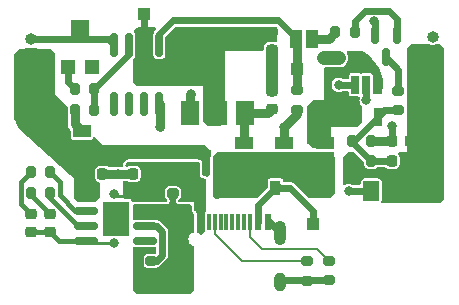
<source format=gtl>
%TF.GenerationSoftware,KiCad,Pcbnew,7.0.6*%
%TF.CreationDate,2023-09-04T14:52:52+12:00*%
%TF.ProjectId,GBA_lipo,4742415f-6c69-4706-9f2e-6b696361645f,rev?*%
%TF.SameCoordinates,Original*%
%TF.FileFunction,Copper,L1,Top*%
%TF.FilePolarity,Positive*%
%FSLAX46Y46*%
G04 Gerber Fmt 4.6, Leading zero omitted, Abs format (unit mm)*
G04 Created by KiCad (PCBNEW 7.0.6) date 2023-09-04 14:52:52*
%MOMM*%
%LPD*%
G01*
G04 APERTURE LIST*
G04 Aperture macros list*
%AMRoundRect*
0 Rectangle with rounded corners*
0 $1 Rounding radius*
0 $2 $3 $4 $5 $6 $7 $8 $9 X,Y pos of 4 corners*
0 Add a 4 corners polygon primitive as box body*
4,1,4,$2,$3,$4,$5,$6,$7,$8,$9,$2,$3,0*
0 Add four circle primitives for the rounded corners*
1,1,$1+$1,$2,$3*
1,1,$1+$1,$4,$5*
1,1,$1+$1,$6,$7*
1,1,$1+$1,$8,$9*
0 Add four rect primitives between the rounded corners*
20,1,$1+$1,$2,$3,$4,$5,0*
20,1,$1+$1,$4,$5,$6,$7,0*
20,1,$1+$1,$6,$7,$8,$9,0*
20,1,$1+$1,$8,$9,$2,$3,0*%
G04 Aperture macros list end*
%TA.AperFunction,SMDPad,CuDef*%
%ADD10R,1.000000X1.000000*%
%TD*%
%TA.AperFunction,SMDPad,CuDef*%
%ADD11R,1.500000X1.000000*%
%TD*%
%TA.AperFunction,SMDPad,CuDef*%
%ADD12R,1.000000X1.500000*%
%TD*%
%TA.AperFunction,SMDPad,CuDef*%
%ADD13RoundRect,0.200000X0.275000X-0.200000X0.275000X0.200000X-0.275000X0.200000X-0.275000X-0.200000X0*%
%TD*%
%TA.AperFunction,SMDPad,CuDef*%
%ADD14RoundRect,0.250001X-0.462499X-0.624999X0.462499X-0.624999X0.462499X0.624999X-0.462499X0.624999X0*%
%TD*%
%TA.AperFunction,ComponentPad*%
%ADD15R,1.000000X1.000000*%
%TD*%
%TA.AperFunction,ComponentPad*%
%ADD16O,1.000000X1.000000*%
%TD*%
%TA.AperFunction,SMDPad,CuDef*%
%ADD17R,0.600000X1.450000*%
%TD*%
%TA.AperFunction,SMDPad,CuDef*%
%ADD18R,0.300000X1.450000*%
%TD*%
%TA.AperFunction,ComponentPad*%
%ADD19O,1.000000X1.600000*%
%TD*%
%TA.AperFunction,ComponentPad*%
%ADD20O,1.000000X2.100000*%
%TD*%
%TA.AperFunction,SMDPad,CuDef*%
%ADD21RoundRect,0.200000X0.200000X0.275000X-0.200000X0.275000X-0.200000X-0.275000X0.200000X-0.275000X0*%
%TD*%
%TA.AperFunction,SMDPad,CuDef*%
%ADD22RoundRect,0.200000X-0.275000X0.200000X-0.275000X-0.200000X0.275000X-0.200000X0.275000X0.200000X0*%
%TD*%
%TA.AperFunction,SMDPad,CuDef*%
%ADD23RoundRect,0.225000X-0.225000X-0.250000X0.225000X-0.250000X0.225000X0.250000X-0.225000X0.250000X0*%
%TD*%
%TA.AperFunction,SMDPad,CuDef*%
%ADD24RoundRect,0.218750X-0.256250X0.218750X-0.256250X-0.218750X0.256250X-0.218750X0.256250X0.218750X0*%
%TD*%
%TA.AperFunction,SMDPad,CuDef*%
%ADD25R,1.500000X2.000000*%
%TD*%
%TA.AperFunction,SMDPad,CuDef*%
%ADD26R,3.800000X2.000000*%
%TD*%
%TA.AperFunction,SMDPad,CuDef*%
%ADD27R,0.900000X1.200000*%
%TD*%
%TA.AperFunction,SMDPad,CuDef*%
%ADD28RoundRect,0.200000X-0.200000X-0.275000X0.200000X-0.275000X0.200000X0.275000X-0.200000X0.275000X0*%
%TD*%
%TA.AperFunction,SMDPad,CuDef*%
%ADD29R,1.200000X1.200000*%
%TD*%
%TA.AperFunction,SMDPad,CuDef*%
%ADD30R,1.600000X1.500000*%
%TD*%
%TA.AperFunction,SMDPad,CuDef*%
%ADD31R,0.650000X1.560000*%
%TD*%
%TA.AperFunction,SMDPad,CuDef*%
%ADD32RoundRect,0.150000X-0.150000X0.587500X-0.150000X-0.587500X0.150000X-0.587500X0.150000X0.587500X0*%
%TD*%
%TA.AperFunction,SMDPad,CuDef*%
%ADD33RoundRect,0.225000X0.225000X0.250000X-0.225000X0.250000X-0.225000X-0.250000X0.225000X-0.250000X0*%
%TD*%
%TA.AperFunction,SMDPad,CuDef*%
%ADD34RoundRect,0.150000X0.825000X0.150000X-0.825000X0.150000X-0.825000X-0.150000X0.825000X-0.150000X0*%
%TD*%
%TA.AperFunction,SMDPad,CuDef*%
%ADD35R,2.290000X3.000000*%
%TD*%
%TA.AperFunction,SMDPad,CuDef*%
%ADD36RoundRect,0.225000X0.250000X-0.225000X0.250000X0.225000X-0.250000X0.225000X-0.250000X-0.225000X0*%
%TD*%
%TA.AperFunction,SMDPad,CuDef*%
%ADD37RoundRect,0.150000X0.150000X-0.587500X0.150000X0.587500X-0.150000X0.587500X-0.150000X-0.587500X0*%
%TD*%
%TA.AperFunction,SMDPad,CuDef*%
%ADD38RoundRect,0.225000X-0.250000X0.225000X-0.250000X-0.225000X0.250000X-0.225000X0.250000X0.225000X0*%
%TD*%
%TA.AperFunction,SMDPad,CuDef*%
%ADD39RoundRect,0.150000X-0.150000X0.825000X-0.150000X-0.825000X0.150000X-0.825000X0.150000X0.825000X0*%
%TD*%
%TA.AperFunction,ViaPad*%
%ADD40C,0.800000*%
%TD*%
%TA.AperFunction,Conductor*%
%ADD41C,0.600000*%
%TD*%
%TA.AperFunction,Conductor*%
%ADD42C,0.800000*%
%TD*%
%TA.AperFunction,Conductor*%
%ADD43C,1.000000*%
%TD*%
%TA.AperFunction,Conductor*%
%ADD44C,1.200000*%
%TD*%
%TA.AperFunction,Conductor*%
%ADD45C,0.250000*%
%TD*%
%TA.AperFunction,Conductor*%
%ADD46C,0.400000*%
%TD*%
%TA.AperFunction,Conductor*%
%ADD47C,0.200000*%
%TD*%
G04 APERTURE END LIST*
D10*
X107100000Y-131700000D03*
D11*
X87500000Y-126950000D03*
X87500000Y-128250000D03*
X101200000Y-127950000D03*
X101200000Y-129250000D03*
X104600000Y-127950000D03*
X104600000Y-129250000D03*
D12*
X106950000Y-119100000D03*
X105650000Y-119100000D03*
D11*
X108100000Y-127950000D03*
X108100000Y-129250000D03*
D10*
X92750000Y-117000000D03*
X83250000Y-123700000D03*
X117250000Y-123750000D03*
X105700000Y-121700000D03*
X107100000Y-134800000D03*
D13*
X105700000Y-125125000D03*
X105700000Y-123475000D03*
D14*
X114987500Y-132000000D03*
X112012500Y-132000000D03*
D15*
X117200000Y-120210000D03*
D16*
X117200000Y-118940000D03*
D17*
X96750000Y-134645000D03*
X97550000Y-134645000D03*
D18*
X98750000Y-134645000D03*
X99750000Y-134645000D03*
X100250000Y-134645000D03*
X101250000Y-134645000D03*
D17*
X102450000Y-134645000D03*
X103250000Y-134645000D03*
X103250000Y-134645000D03*
X102450000Y-134645000D03*
D18*
X101750000Y-134645000D03*
X100750000Y-134645000D03*
X99250000Y-134645000D03*
X98250000Y-134645000D03*
D17*
X97550000Y-134645000D03*
X96750000Y-134645000D03*
D19*
X95680000Y-139740000D03*
X104320000Y-139740000D03*
D20*
X104320000Y-135560000D03*
X95680000Y-135560000D03*
D21*
X88565000Y-123340000D03*
X86915000Y-123340000D03*
D22*
X93400000Y-137915000D03*
X93400000Y-139565000D03*
D23*
X87698000Y-130540000D03*
X89248000Y-130540000D03*
D24*
X83200000Y-133940000D03*
X83200000Y-135515000D03*
D25*
X96700000Y-125415000D03*
X99000000Y-125415000D03*
D26*
X99000000Y-119115000D03*
D25*
X101300000Y-125415000D03*
D27*
X103900000Y-131740000D03*
X100600000Y-131740000D03*
D28*
X83175000Y-132187000D03*
X84825000Y-132187000D03*
D29*
X86365000Y-121540000D03*
D30*
X87365000Y-118290000D03*
D29*
X88365000Y-121540000D03*
D31*
X112550000Y-123015000D03*
X111600000Y-123015000D03*
X110650000Y-123015000D03*
X110650000Y-125715000D03*
X112550000Y-125715000D03*
D23*
X113750000Y-127740000D03*
X115300000Y-127740000D03*
D24*
X84800000Y-133940000D03*
X84800000Y-135515000D03*
D32*
X114200000Y-118802500D03*
X112300000Y-118802500D03*
X113250000Y-120677500D03*
D33*
X93375000Y-130540000D03*
X91825000Y-130540000D03*
D23*
X109050000Y-120740000D03*
X110600000Y-120740000D03*
D34*
X92845000Y-136245000D03*
X92845000Y-134975000D03*
X92845000Y-133705000D03*
X92845000Y-132435000D03*
X87895000Y-132435000D03*
X87895000Y-133705000D03*
X87895000Y-134975000D03*
X87895000Y-136245000D03*
D35*
X90370000Y-134340000D03*
D22*
X95200000Y-130540000D03*
X95200000Y-132190000D03*
D28*
X83175000Y-130409000D03*
X84825000Y-130409000D03*
D15*
X83200000Y-120410000D03*
D16*
X83200000Y-119140000D03*
D28*
X110375000Y-129465000D03*
X112025000Y-129465000D03*
D22*
X108400000Y-137915000D03*
X108400000Y-139565000D03*
X106600000Y-137940000D03*
X106600000Y-139590000D03*
D28*
X86915000Y-125140000D03*
X88565000Y-125140000D03*
X110375000Y-127740000D03*
X112025000Y-127740000D03*
D36*
X103600000Y-123525000D03*
X103600000Y-125075000D03*
D37*
X97050000Y-131877500D03*
X98950000Y-131877500D03*
X98000000Y-130002500D03*
D38*
X103600000Y-118515000D03*
X103600000Y-120065000D03*
D33*
X115300000Y-129465000D03*
X113750000Y-129465000D03*
D13*
X114300000Y-125165000D03*
X114300000Y-123515000D03*
D28*
X108950000Y-118565000D03*
X110600000Y-118565000D03*
D39*
X94070000Y-119665000D03*
X92800000Y-119665000D03*
X91530000Y-119665000D03*
X90260000Y-119665000D03*
X90260000Y-124615000D03*
X91530000Y-124615000D03*
X92800000Y-124615000D03*
X94070000Y-124615000D03*
D40*
X94100000Y-126600000D03*
X104600000Y-126600000D03*
X109250000Y-123000000D03*
X110100000Y-132000000D03*
X90250000Y-132240498D03*
X90250000Y-136439502D03*
X103600000Y-121800000D03*
X111600000Y-124340000D03*
X112250000Y-117639500D03*
X113800000Y-126540000D03*
X108000000Y-120740000D03*
X90600000Y-130540000D03*
X103600000Y-121800000D03*
X96705499Y-123800136D03*
D41*
X103900000Y-131740000D02*
X105140000Y-131740000D01*
X105140000Y-131740000D02*
X107100000Y-133700000D01*
X107100000Y-133700000D02*
X107100000Y-134800000D01*
D42*
X106950000Y-119100000D02*
X108415000Y-119100000D01*
X108415000Y-119100000D02*
X108950000Y-118565000D01*
X104600000Y-126600000D02*
X104625000Y-126600000D01*
X104625000Y-126600000D02*
X105700000Y-125525000D01*
X105700000Y-125525000D02*
X105700000Y-125125000D01*
X104600000Y-127950000D02*
X104600000Y-126600000D01*
X94100000Y-126600000D02*
X94100000Y-124645000D01*
X94100000Y-124645000D02*
X94070000Y-124615000D01*
X101300000Y-125415000D02*
X103260000Y-125415000D01*
X103260000Y-125415000D02*
X103600000Y-125075000D01*
X101200000Y-127950000D02*
X101200000Y-125515000D01*
X101200000Y-125515000D02*
X101300000Y-125415000D01*
X105700000Y-123475000D02*
X105700000Y-119150000D01*
X105700000Y-119150000D02*
X105650000Y-119100000D01*
D43*
X103600000Y-123525000D02*
X103600000Y-121800000D01*
X103600000Y-120065000D02*
X103600000Y-121800000D01*
D41*
X94070000Y-119665000D02*
X94070000Y-118730000D01*
X95235000Y-117565000D02*
X104150305Y-117565000D01*
X94070000Y-118730000D02*
X95235000Y-117565000D01*
X104150305Y-117565000D02*
X105650000Y-119064695D01*
X105650000Y-119064695D02*
X105650000Y-119100000D01*
D42*
X112025000Y-127740000D02*
X113750000Y-127740000D01*
D41*
X110375000Y-127740000D02*
X110375000Y-127815000D01*
X110375000Y-127815000D02*
X112025000Y-129465000D01*
X110375000Y-127740000D02*
X110525000Y-127740000D01*
X110525000Y-127740000D02*
X112550000Y-125715000D01*
D44*
X108000000Y-120740000D02*
X109250000Y-120740000D01*
D41*
X110600000Y-118565000D02*
X110600000Y-117600000D01*
X110600000Y-117600000D02*
X111460500Y-116739500D01*
X111460500Y-116739500D02*
X113489500Y-116739500D01*
X113489500Y-116739500D02*
X114200000Y-117450000D01*
X114200000Y-117450000D02*
X114200000Y-118802500D01*
X112250000Y-117639500D02*
X112300000Y-117689500D01*
X112300000Y-117689500D02*
X112300000Y-118802500D01*
X113250000Y-120677500D02*
X114300000Y-121727500D01*
X114300000Y-121727500D02*
X114300000Y-123515000D01*
D42*
X86915000Y-125140000D02*
X86915000Y-126365000D01*
X86915000Y-126365000D02*
X87500000Y-126950000D01*
D41*
X110100000Y-132000000D02*
X112012500Y-132000000D01*
D42*
X104000000Y-131640000D02*
X103900000Y-131740000D01*
D41*
X110650000Y-123015000D02*
X109265000Y-123015000D01*
X109265000Y-123015000D02*
X109250000Y-123000000D01*
X92800000Y-119665000D02*
X92800000Y-117050000D01*
X92800000Y-117050000D02*
X92750000Y-117000000D01*
D45*
X90250000Y-136439502D02*
X88089502Y-136439502D01*
X88089502Y-136439502D02*
X87895000Y-136245000D01*
X90444502Y-132435000D02*
X90250000Y-132240498D01*
X92845000Y-132435000D02*
X90444502Y-132435000D01*
D41*
X113750000Y-126590000D02*
X113800000Y-126540000D01*
D42*
X96700000Y-125415000D02*
X96700000Y-123805635D01*
D41*
X113750000Y-127740000D02*
X113750000Y-126590000D01*
X111600000Y-123015000D02*
X111600000Y-124340000D01*
X92845000Y-133705000D02*
X93825000Y-133705000D01*
X104495000Y-139565000D02*
X104320000Y-139740000D01*
X103405000Y-134645000D02*
X104320000Y-135560000D01*
X89735000Y-119140000D02*
X90260000Y-119665000D01*
X108400000Y-139565000D02*
X104495000Y-139565000D01*
X103250000Y-134645000D02*
X103405000Y-134645000D01*
D42*
X89248000Y-130540000D02*
X91825000Y-130540000D01*
D41*
X83200000Y-119140000D02*
X89735000Y-119140000D01*
D42*
X96700000Y-123805635D02*
X96705499Y-123800136D01*
D41*
X102450000Y-133190000D02*
X103900000Y-131740000D01*
X102450000Y-134645000D02*
X102450000Y-133190000D01*
D46*
X85530000Y-136245000D02*
X87895000Y-136245000D01*
X83200000Y-135515000D02*
X84800000Y-135515000D01*
X84800000Y-135515000D02*
X85530000Y-136245000D01*
D41*
X98000000Y-130002500D02*
X98000000Y-129340000D01*
X87698000Y-130307532D02*
X87698000Y-130540000D01*
X112025000Y-129465000D02*
X113750000Y-129465000D01*
X114300000Y-125165000D02*
X113100000Y-125165000D01*
X113100000Y-125165000D02*
X112550000Y-125715000D01*
D46*
X82375480Y-133115480D02*
X82375480Y-131208520D01*
X83200000Y-133940000D02*
X82375480Y-133115480D01*
X82375480Y-131208520D02*
X83175000Y-130409000D01*
X83175000Y-132187000D02*
X83175000Y-132315000D01*
X83175000Y-132315000D02*
X84800000Y-133940000D01*
D47*
X98750000Y-135619022D02*
X98750000Y-134645000D01*
X106600000Y-137940000D02*
X101070978Y-137940000D01*
X101070978Y-137940000D02*
X98750000Y-135619022D01*
X102755602Y-136909520D02*
X101750000Y-135903918D01*
X101750000Y-135903918D02*
X101750000Y-134645000D01*
X108400000Y-137915000D02*
X107394520Y-136909520D01*
X107394520Y-136909520D02*
X102755602Y-136909520D01*
D46*
X85624520Y-132364520D02*
X86965000Y-133705000D01*
X85624520Y-131208520D02*
X85624520Y-132364520D01*
X84825000Y-130409000D02*
X85624520Y-131208520D01*
X88460000Y-133705000D02*
X87760000Y-133705000D01*
X86965000Y-133705000D02*
X87895000Y-133705000D01*
X87184365Y-134975000D02*
X87895000Y-134975000D01*
X84825000Y-132187000D02*
X84825000Y-132615635D01*
X88206000Y-134975000D02*
X87506000Y-134975000D01*
X84825000Y-132615635D02*
X87184365Y-134975000D01*
D41*
X88565000Y-123340000D02*
X91530000Y-120375000D01*
X91530000Y-120375000D02*
X91530000Y-119665000D01*
X88565000Y-125140000D02*
X88565000Y-123340000D01*
X86365000Y-122790000D02*
X86915000Y-123340000D01*
X86365000Y-121540000D02*
X86365000Y-122790000D01*
X92845000Y-134975000D02*
X93835000Y-134975000D01*
X94319520Y-135459520D02*
X94319520Y-137420480D01*
X93835000Y-134975000D02*
X94319520Y-135459520D01*
X94319520Y-137420480D02*
X93825000Y-137915000D01*
X93825000Y-137915000D02*
X93400000Y-137915000D01*
%TA.AperFunction,Conductor*%
G36*
X84865931Y-119960002D02*
G01*
X84886899Y-119976899D01*
X85213097Y-120303097D01*
X85247120Y-120365406D01*
X85250000Y-120392189D01*
X85250000Y-123750000D01*
X86281109Y-124867671D01*
X86312598Y-124931302D01*
X86314499Y-124953107D01*
X86314500Y-125100635D01*
X86314500Y-126321505D01*
X86313960Y-126329737D01*
X86309318Y-126364999D01*
X86309318Y-126365000D01*
X86314500Y-126404361D01*
X86329955Y-126521760D01*
X86368784Y-126615500D01*
X86390464Y-126667841D01*
X86486718Y-126793282D01*
X86500204Y-126803630D01*
X86542071Y-126860968D01*
X86549500Y-126903591D01*
X86549500Y-127469748D01*
X86561133Y-127528231D01*
X86605448Y-127594552D01*
X86671769Y-127638867D01*
X86730252Y-127650500D01*
X86730253Y-127650500D01*
X88269747Y-127650500D01*
X88269748Y-127650500D01*
X88328231Y-127638867D01*
X88394552Y-127594552D01*
X88438867Y-127528231D01*
X88443196Y-127506463D01*
X88476104Y-127443553D01*
X88537798Y-127408420D01*
X88608693Y-127412220D01*
X88659385Y-127445606D01*
X88848410Y-127650500D01*
X89028771Y-127846002D01*
X89028772Y-127846002D01*
X89300000Y-128140000D01*
X97947810Y-128140000D01*
X98015931Y-128160002D01*
X98036905Y-128176905D01*
X98363095Y-128503095D01*
X98397121Y-128565407D01*
X98400000Y-128592190D01*
X98400000Y-129104921D01*
X98398718Y-129122851D01*
X98394500Y-129152191D01*
X98394500Y-130493308D01*
X98374498Y-130561429D01*
X98357595Y-130582403D01*
X98180712Y-130759286D01*
X98118400Y-130793312D01*
X98047585Y-130788247D01*
X98030107Y-130780157D01*
X98000013Y-130763323D01*
X97931908Y-130743327D01*
X97931899Y-130743325D01*
X97931896Y-130743324D01*
X97874000Y-130735000D01*
X97873997Y-130735000D01*
X97845608Y-130735000D01*
X97790259Y-130722192D01*
X97783455Y-130718865D01*
X97749709Y-130694768D01*
X97745228Y-130690287D01*
X97721124Y-130656526D01*
X97717801Y-130649728D01*
X97705000Y-130594394D01*
X97705000Y-129666005D01*
X97704999Y-129665993D01*
X97700304Y-129622319D01*
X97688918Y-129569977D01*
X97686430Y-129559797D01*
X97643421Y-129479084D01*
X97602267Y-129431589D01*
X97596931Y-129425431D01*
X97596932Y-129425432D01*
X97579333Y-129407471D01*
X97499513Y-129362823D01*
X97431408Y-129342827D01*
X97431399Y-129342825D01*
X97431396Y-129342824D01*
X97373500Y-129334500D01*
X91446687Y-129334500D01*
X91446684Y-129334500D01*
X91443854Y-129334651D01*
X91435698Y-129335089D01*
X91435689Y-129335089D01*
X91435688Y-129335090D01*
X91435687Y-129335090D01*
X91403448Y-129338555D01*
X91403445Y-129338555D01*
X91403444Y-129338556D01*
X91389804Y-129342827D01*
X91326918Y-129362517D01*
X91264603Y-129396545D01*
X91217791Y-129431589D01*
X91217776Y-129431602D01*
X91067691Y-129581689D01*
X91059063Y-129590954D01*
X91059059Y-129590958D01*
X91022539Y-129645614D01*
X90993043Y-129710199D01*
X90993043Y-129710198D01*
X90984018Y-129733661D01*
X90976649Y-129823771D01*
X90951161Y-129890034D01*
X90893894Y-129931999D01*
X90851068Y-129939500D01*
X90643494Y-129939500D01*
X90635262Y-129938960D01*
X90600001Y-129934318D01*
X90599999Y-129934318D01*
X90564738Y-129938960D01*
X90556506Y-129939500D01*
X89752600Y-129939500D01*
X89695397Y-129925767D01*
X89683496Y-129919703D01*
X89606126Y-129880281D01*
X89506488Y-129864500D01*
X88989512Y-129864500D01*
X88889874Y-129880281D01*
X88889872Y-129880281D01*
X88889872Y-129880282D01*
X88769780Y-129941471D01*
X88674471Y-130036780D01*
X88640995Y-130102482D01*
X88613281Y-130156874D01*
X88597500Y-130256512D01*
X88597500Y-130823488D01*
X88613281Y-130923126D01*
X88674472Y-131043220D01*
X88769780Y-131138528D01*
X88889874Y-131199719D01*
X88893706Y-131200325D01*
X88897987Y-131202355D01*
X88899301Y-131202782D01*
X88899245Y-131202951D01*
X88957857Y-131230732D01*
X88995388Y-131290997D01*
X89000000Y-131324774D01*
X89000000Y-132487810D01*
X88979998Y-132555931D01*
X88963095Y-132576905D01*
X88636905Y-132903095D01*
X88574593Y-132937121D01*
X88547810Y-132940000D01*
X87252190Y-132940000D01*
X87184069Y-132919998D01*
X87163099Y-132903099D01*
X86836904Y-132576904D01*
X86802879Y-132514592D01*
X86800000Y-132487809D01*
X86800000Y-131339999D01*
X86800000Y-130940000D01*
X86505629Y-130669179D01*
X86505628Y-130669176D01*
X82113823Y-126628717D01*
X82083752Y-126586621D01*
X81810620Y-125964201D01*
X81800000Y-125913570D01*
X81800000Y-120392190D01*
X81820002Y-120324069D01*
X81836905Y-120303095D01*
X82163095Y-119976905D01*
X82225407Y-119942879D01*
X82252190Y-119940000D01*
X84797810Y-119940000D01*
X84865931Y-119960002D01*
G37*
%TD.AperFunction*%
%TA.AperFunction,Conductor*%
G36*
X95500127Y-131796549D02*
G01*
X95516303Y-131799110D01*
X95553789Y-131811290D01*
X95573270Y-131821216D01*
X95605159Y-131844386D01*
X95620610Y-131859837D01*
X95643782Y-131891729D01*
X95653706Y-131911206D01*
X95665887Y-131948694D01*
X95668447Y-131964854D01*
X95669999Y-131984569D01*
X95669999Y-132395428D01*
X95668447Y-132415143D01*
X95665887Y-132431303D01*
X95653707Y-132468789D01*
X95643785Y-132488263D01*
X95620614Y-132520156D01*
X95558583Y-132582188D01*
X95549955Y-132591454D01*
X95549948Y-132591463D01*
X95513435Y-132646110D01*
X95513433Y-132646112D01*
X95483936Y-132710698D01*
X95483936Y-132710699D01*
X95474911Y-132734162D01*
X95467457Y-132825314D01*
X95474269Y-132872691D01*
X95477561Y-132895589D01*
X95482652Y-132920201D01*
X95525663Y-133000918D01*
X95572152Y-133054569D01*
X95572151Y-133054568D01*
X95589749Y-133072528D01*
X95669569Y-133117176D01*
X95720815Y-133132222D01*
X95737687Y-133137176D01*
X95795583Y-133145500D01*
X96668500Y-133145500D01*
X96736621Y-133165502D01*
X96783114Y-133219158D01*
X96794500Y-133271500D01*
X96794500Y-133608180D01*
X96795191Y-133620085D01*
X96795191Y-133620087D01*
X96799259Y-133654988D01*
X96807036Y-133678705D01*
X96824800Y-133732882D01*
X96850292Y-133777649D01*
X96859929Y-133794575D01*
X96873676Y-133815613D01*
X96873678Y-133815615D01*
X96873680Y-133815618D01*
X96943252Y-133874979D01*
X96944535Y-133875846D01*
X96945175Y-133876620D01*
X96948636Y-133879573D01*
X96948118Y-133880179D01*
X96989784Y-133930554D01*
X97000000Y-133980253D01*
X97000000Y-135428456D01*
X96979998Y-135496577D01*
X96926342Y-135543070D01*
X96922219Y-135544864D01*
X96819772Y-135587299D01*
X96819760Y-135587306D01*
X96699548Y-135679548D01*
X96607306Y-135799760D01*
X96607301Y-135799768D01*
X96549312Y-135939765D01*
X96529534Y-136089999D01*
X96529534Y-136090000D01*
X96549312Y-136240234D01*
X96607301Y-136380231D01*
X96607306Y-136380239D01*
X96699548Y-136500451D01*
X96819760Y-136592693D01*
X96819767Y-136592698D01*
X96922220Y-136635135D01*
X96977499Y-136679682D01*
X96999920Y-136747046D01*
X97000000Y-136751543D01*
X97000000Y-140287810D01*
X96979998Y-140355931D01*
X96963095Y-140376905D01*
X96636905Y-140703095D01*
X96574593Y-140737121D01*
X96547810Y-140740000D01*
X92252190Y-140740000D01*
X92184069Y-140719998D01*
X92163095Y-140703095D01*
X91836905Y-140376905D01*
X91802879Y-140314593D01*
X91800000Y-140287810D01*
X91800000Y-136863980D01*
X91820002Y-136795859D01*
X91873658Y-136749366D01*
X91943929Y-136739262D01*
X91986740Y-136745500D01*
X91986745Y-136745500D01*
X93693020Y-136745500D01*
X93761141Y-136765502D01*
X93807634Y-136819158D01*
X93819020Y-136871500D01*
X93819020Y-137160974D01*
X93799018Y-137229095D01*
X93782115Y-137250069D01*
X93754589Y-137277595D01*
X93692277Y-137311621D01*
X93665494Y-137314500D01*
X93093483Y-137314500D01*
X92999697Y-137329353D01*
X92886657Y-137386949D01*
X92796949Y-137476657D01*
X92752988Y-137562937D01*
X92739354Y-137589696D01*
X92727774Y-137662811D01*
X92724500Y-137683484D01*
X92724500Y-138146516D01*
X92739353Y-138240302D01*
X92796949Y-138353342D01*
X92886657Y-138443050D01*
X92925299Y-138462738D01*
X92999696Y-138500646D01*
X93093481Y-138515500D01*
X93706518Y-138515499D01*
X93800304Y-138500646D01*
X93913342Y-138443050D01*
X93930712Y-138425679D01*
X93967461Y-138400162D01*
X94014611Y-138378629D01*
X94018749Y-138376915D01*
X94067331Y-138358796D01*
X94071017Y-138356036D01*
X94094183Y-138342289D01*
X94098373Y-138340377D01*
X94137547Y-138306432D01*
X94141045Y-138303613D01*
X94153593Y-138294221D01*
X94164686Y-138283126D01*
X94167951Y-138280086D01*
X94207143Y-138246128D01*
X94209631Y-138242256D01*
X94226534Y-138221278D01*
X94625798Y-137822014D01*
X94646776Y-137805111D01*
X94650648Y-137802623D01*
X94684606Y-137763431D01*
X94687646Y-137760166D01*
X94698741Y-137749073D01*
X94708133Y-137736525D01*
X94710952Y-137733027D01*
X94716368Y-137726776D01*
X94744897Y-137693853D01*
X94746809Y-137689663D01*
X94760556Y-137666497D01*
X94763316Y-137662811D01*
X94781438Y-137614219D01*
X94783136Y-137610120D01*
X94804685Y-137562937D01*
X94805339Y-137558381D01*
X94812003Y-137532271D01*
X94813611Y-137527963D01*
X94817309Y-137476250D01*
X94817785Y-137471818D01*
X94820020Y-137456279D01*
X94820020Y-137440610D01*
X94820181Y-137436114D01*
X94821337Y-137419932D01*
X94823879Y-137384407D01*
X94822899Y-137379900D01*
X94820020Y-137353120D01*
X94820020Y-135526877D01*
X94822899Y-135500096D01*
X94823879Y-135495593D01*
X94821732Y-135465573D01*
X94820181Y-135443883D01*
X94820020Y-135439387D01*
X94820020Y-135423721D01*
X94820020Y-135423720D01*
X94817784Y-135408177D01*
X94817308Y-135403736D01*
X94813611Y-135352040D01*
X94813611Y-135352037D01*
X94812001Y-135347722D01*
X94805341Y-135321627D01*
X94804685Y-135317063D01*
X94783144Y-135269896D01*
X94781430Y-135265757D01*
X94763318Y-135217192D01*
X94763316Y-135217189D01*
X94760551Y-135213495D01*
X94746809Y-135190334D01*
X94744897Y-135186147D01*
X94710955Y-135146976D01*
X94708140Y-135143483D01*
X94698741Y-135130927D01*
X94687651Y-135119837D01*
X94684598Y-135116558D01*
X94650647Y-135077376D01*
X94646766Y-135074882D01*
X94625795Y-135057981D01*
X94236537Y-134668723D01*
X94219635Y-134647751D01*
X94217143Y-134643872D01*
X94177959Y-134609919D01*
X94174679Y-134606865D01*
X94163593Y-134595779D01*
X94151036Y-134586379D01*
X94147544Y-134583565D01*
X94108373Y-134549623D01*
X94108371Y-134549622D01*
X94108370Y-134549621D01*
X94108367Y-134549619D01*
X94104178Y-134547706D01*
X94081024Y-134533968D01*
X94077332Y-134531205D01*
X94077331Y-134531204D01*
X94055291Y-134522983D01*
X94028757Y-134513086D01*
X94024603Y-134511365D01*
X93977462Y-134489836D01*
X93977455Y-134489834D01*
X93972883Y-134489177D01*
X93946808Y-134482521D01*
X93942488Y-134480910D01*
X93942480Y-134480908D01*
X93890778Y-134477209D01*
X93886311Y-134476729D01*
X93870799Y-134474500D01*
X93855130Y-134474500D01*
X93850634Y-134474339D01*
X93798927Y-134470641D01*
X93798926Y-134470641D01*
X93794427Y-134471620D01*
X93767642Y-134474500D01*
X91986738Y-134474500D01*
X91944166Y-134480703D01*
X91873873Y-134470731D01*
X91820130Y-134424339D01*
X91800000Y-134356255D01*
X91800000Y-133271500D01*
X91820002Y-133203379D01*
X91873658Y-133156886D01*
X91926000Y-133145500D01*
X94608085Y-133145500D01*
X94620740Y-133145048D01*
X94685222Y-133132222D01*
X94733671Y-133114150D01*
X94751743Y-133107411D01*
X94751742Y-133107411D01*
X94774712Y-133097203D01*
X94844437Y-133038020D01*
X94844438Y-133038019D01*
X94886977Y-132981194D01*
X94886978Y-132981193D01*
X94886984Y-132981184D01*
X94900789Y-132960177D01*
X94927449Y-132872693D01*
X94932514Y-132801878D01*
X94932771Y-132776738D01*
X94907900Y-132688729D01*
X94873874Y-132626417D01*
X94873872Y-132626414D01*
X94838827Y-132579601D01*
X94838820Y-132579593D01*
X94838819Y-132579592D01*
X94779383Y-132520156D01*
X94756216Y-132488270D01*
X94746289Y-132468787D01*
X94734109Y-132431298D01*
X94731549Y-132415131D01*
X94730000Y-132395433D01*
X94730000Y-131984570D01*
X94731550Y-131964865D01*
X94731552Y-131964854D01*
X94734110Y-131948697D01*
X94746289Y-131911212D01*
X94756220Y-131891722D01*
X94779385Y-131859839D01*
X94794841Y-131844383D01*
X94826724Y-131821218D01*
X94846212Y-131811288D01*
X94883699Y-131799109D01*
X94899867Y-131796549D01*
X94919565Y-131795000D01*
X95480430Y-131795000D01*
X95500127Y-131796549D01*
G37*
%TD.AperFunction*%
%TA.AperFunction,Conductor*%
G36*
X116863354Y-119554432D02*
G01*
X116949775Y-119599790D01*
X116949776Y-119599790D01*
X116949778Y-119599791D01*
X117106461Y-119638409D01*
X117114944Y-119640500D01*
X117114947Y-119640500D01*
X117285053Y-119640500D01*
X117285056Y-119640500D01*
X117450225Y-119599790D01*
X117536645Y-119554432D01*
X117595200Y-119540000D01*
X117747810Y-119540000D01*
X117815931Y-119560002D01*
X117836905Y-119576905D01*
X118163095Y-119903095D01*
X118197121Y-119965407D01*
X118200000Y-119992190D01*
X118200000Y-132587809D01*
X118179998Y-132655930D01*
X118163096Y-132676904D01*
X117836903Y-133003096D01*
X117774593Y-133037120D01*
X117747810Y-133040000D01*
X112978216Y-133040000D01*
X112910095Y-133019998D01*
X112863602Y-132966342D01*
X112853498Y-132896068D01*
X112873842Y-132846477D01*
X112873380Y-132846233D01*
X112875892Y-132841478D01*
X112876836Y-132839179D01*
X112877058Y-132838876D01*
X112877793Y-132837882D01*
X112922646Y-132709698D01*
X112925500Y-132679265D01*
X112925499Y-131320736D01*
X112922646Y-131290302D01*
X112877793Y-131162118D01*
X112877791Y-131162114D01*
X112797150Y-131052849D01*
X112687885Y-130972208D01*
X112687881Y-130972206D01*
X112559703Y-130927355D01*
X112559699Y-130927354D01*
X112549553Y-130926402D01*
X112529265Y-130924500D01*
X112529263Y-130924500D01*
X111495743Y-130924500D01*
X111495728Y-130924501D01*
X111471388Y-130926783D01*
X111465302Y-130927354D01*
X111465298Y-130927355D01*
X111465295Y-130927356D01*
X111337118Y-130972206D01*
X111337114Y-130972208D01*
X111227849Y-131052849D01*
X111147208Y-131162114D01*
X111147206Y-131162118D01*
X111102355Y-131290296D01*
X111102354Y-131290300D01*
X111099500Y-131320734D01*
X111099500Y-131373500D01*
X111079498Y-131441621D01*
X111025842Y-131488114D01*
X110973500Y-131499500D01*
X110476936Y-131499500D01*
X110408815Y-131479498D01*
X110404175Y-131476235D01*
X110402839Y-131475463D01*
X110256760Y-131414955D01*
X110100000Y-131394318D01*
X109943239Y-131414955D01*
X109797160Y-131475463D01*
X109790005Y-131479595D01*
X109788368Y-131476760D01*
X109736429Y-131496814D01*
X109666886Y-131482518D01*
X109616112Y-131432895D01*
X109600000Y-131371246D01*
X109600000Y-129192190D01*
X109620002Y-129124069D01*
X109636905Y-129103095D01*
X109963095Y-128776905D01*
X110025407Y-128742879D01*
X110052190Y-128740000D01*
X110539995Y-128740000D01*
X110608116Y-128760002D01*
X110629090Y-128776904D01*
X111387595Y-129535408D01*
X111421620Y-129597721D01*
X111424500Y-129624503D01*
X111424500Y-129771516D01*
X111439353Y-129865302D01*
X111496949Y-129978342D01*
X111586657Y-130068050D01*
X111625299Y-130087738D01*
X111699696Y-130125646D01*
X111793481Y-130140500D01*
X112256518Y-130140499D01*
X112350304Y-130125646D01*
X112463342Y-130068050D01*
X112467864Y-130063528D01*
X112528988Y-130002405D01*
X112591300Y-129968379D01*
X112618083Y-129965500D01*
X113121561Y-129965500D01*
X113189682Y-129985502D01*
X113210656Y-130002404D01*
X113271780Y-130063528D01*
X113391874Y-130124719D01*
X113491512Y-130140500D01*
X113491515Y-130140500D01*
X114008485Y-130140500D01*
X114008488Y-130140500D01*
X114108126Y-130124719D01*
X114228220Y-130063528D01*
X114323528Y-129968220D01*
X114384719Y-129848126D01*
X114400500Y-129748488D01*
X114400500Y-129181512D01*
X114384719Y-129081874D01*
X114323528Y-128961780D01*
X114316843Y-128955095D01*
X114282817Y-128892783D01*
X114287882Y-128821968D01*
X114330429Y-128765132D01*
X114396949Y-128740321D01*
X114405938Y-128740000D01*
X114600000Y-128740000D01*
X115000000Y-128740000D01*
X115000000Y-119992190D01*
X115020002Y-119924069D01*
X115036905Y-119903095D01*
X115363095Y-119576905D01*
X115425407Y-119542879D01*
X115452190Y-119540000D01*
X116804800Y-119540000D01*
X116863354Y-119554432D01*
G37*
%TD.AperFunction*%
%TA.AperFunction,Conductor*%
G36*
X97441621Y-129560002D02*
G01*
X97488114Y-129613658D01*
X97499500Y-129666000D01*
X97499500Y-130623261D01*
X97509427Y-130691394D01*
X97560801Y-130796482D01*
X97560803Y-130796485D01*
X97643514Y-130879196D01*
X97643517Y-130879198D01*
X97748607Y-130930573D01*
X97816740Y-130940500D01*
X97816745Y-130940500D01*
X97874000Y-130940500D01*
X97942121Y-130960502D01*
X97988614Y-131014158D01*
X98000000Y-131066500D01*
X97999999Y-133678705D01*
X97979997Y-133746826D01*
X97963100Y-133767795D01*
X97955451Y-133775443D01*
X97911132Y-133841771D01*
X97899500Y-133900249D01*
X97899500Y-135388308D01*
X97879498Y-135456429D01*
X97862595Y-135477403D01*
X97677800Y-135662198D01*
X97615488Y-135696224D01*
X97544673Y-135691159D01*
X97512001Y-135673065D01*
X97400239Y-135587306D01*
X97400235Y-135587304D01*
X97400233Y-135587302D01*
X97400230Y-135587300D01*
X97400227Y-135587299D01*
X97321126Y-135554534D01*
X97265845Y-135509986D01*
X97243425Y-135442622D01*
X97245767Y-135413541D01*
X97250499Y-135389753D01*
X97250500Y-135389748D01*
X97250500Y-133900252D01*
X97238867Y-133841769D01*
X97194552Y-133775448D01*
X97128231Y-133731133D01*
X97128228Y-133731132D01*
X97101417Y-133725799D01*
X97038508Y-133692890D01*
X97003377Y-133631195D01*
X97000000Y-133602220D01*
X97000000Y-133339999D01*
X97000000Y-132940000D01*
X96600001Y-132940000D01*
X95795583Y-132940000D01*
X95727462Y-132919998D01*
X95680969Y-132866342D01*
X95670865Y-132796068D01*
X95700359Y-132731488D01*
X95706488Y-132724905D01*
X95803048Y-132628344D01*
X95803050Y-132628342D01*
X95807556Y-132619498D01*
X95860646Y-132515304D01*
X95875500Y-132421519D01*
X95875499Y-131958482D01*
X95860646Y-131864696D01*
X95831848Y-131808177D01*
X95803050Y-131751657D01*
X95713342Y-131661949D01*
X95637502Y-131623307D01*
X95600304Y-131604354D01*
X95506519Y-131589500D01*
X95506515Y-131589500D01*
X94893483Y-131589500D01*
X94799697Y-131604353D01*
X94686657Y-131661949D01*
X94596949Y-131751657D01*
X94539355Y-131864694D01*
X94539354Y-131864696D01*
X94524500Y-131958481D01*
X94524500Y-131958484D01*
X94524500Y-132421516D01*
X94539353Y-132515302D01*
X94596949Y-132628342D01*
X94693512Y-132724905D01*
X94727538Y-132787217D01*
X94722473Y-132858032D01*
X94679926Y-132914868D01*
X94613406Y-132939679D01*
X94604417Y-132940000D01*
X91841494Y-132940000D01*
X91773373Y-132919998D01*
X91726880Y-132866342D01*
X91716100Y-132826347D01*
X91715500Y-132820258D01*
X91715500Y-132820252D01*
X91703867Y-132761769D01*
X91659552Y-132695448D01*
X91593231Y-132651133D01*
X91593228Y-132651132D01*
X91534750Y-132639500D01*
X91534748Y-132639500D01*
X91151690Y-132639500D01*
X91083569Y-132619498D01*
X91062595Y-132602595D01*
X91036905Y-132576905D01*
X91002879Y-132514593D01*
X91000000Y-132487810D01*
X91000000Y-131266500D01*
X91020002Y-131198379D01*
X91073658Y-131151886D01*
X91126000Y-131140500D01*
X91320400Y-131140500D01*
X91377602Y-131154232D01*
X91466874Y-131199719D01*
X91566512Y-131215500D01*
X91566515Y-131215500D01*
X92083485Y-131215500D01*
X92083488Y-131215500D01*
X92183126Y-131199719D01*
X92303220Y-131138528D01*
X92398528Y-131043220D01*
X92459719Y-130923126D01*
X92475500Y-130823488D01*
X92475500Y-130256512D01*
X92459719Y-130156874D01*
X92398528Y-130036780D01*
X92303220Y-129941472D01*
X92303219Y-129941471D01*
X92243172Y-129910876D01*
X92183126Y-129880281D01*
X92083488Y-129864500D01*
X91566512Y-129864500D01*
X91466874Y-129880281D01*
X91389907Y-129919498D01*
X91377603Y-129925767D01*
X91320400Y-129939500D01*
X91304690Y-129939500D01*
X91236569Y-129919498D01*
X91190076Y-129865842D01*
X91179972Y-129795568D01*
X91209466Y-129730988D01*
X91215595Y-129724405D01*
X91363095Y-129576905D01*
X91425407Y-129542879D01*
X91452190Y-129540000D01*
X97373500Y-129540000D01*
X97441621Y-129560002D01*
G37*
%TD.AperFunction*%
%TA.AperFunction,Conductor*%
G36*
X111227352Y-120154241D02*
G01*
X111802033Y-120453452D01*
X111847069Y-120492955D01*
X112620865Y-121598379D01*
X112759372Y-121796245D01*
X112776446Y-121831023D01*
X112991491Y-122521274D01*
X112997191Y-122559595D01*
X112992311Y-123288769D01*
X112971854Y-123356755D01*
X112955731Y-123376698D01*
X112625566Y-123709247D01*
X112563378Y-123743496D01*
X112537902Y-123746461D01*
X112253250Y-123750414D01*
X112184858Y-123731360D01*
X112137624Y-123678355D01*
X112125500Y-123624426D01*
X112125500Y-122215253D01*
X112125499Y-122215249D01*
X112116756Y-122171296D01*
X112113867Y-122156769D01*
X112069552Y-122090448D01*
X112003231Y-122046133D01*
X112003228Y-122046132D01*
X111944750Y-122034500D01*
X111944748Y-122034500D01*
X111255252Y-122034500D01*
X111255249Y-122034500D01*
X111196771Y-122046132D01*
X111196767Y-122046134D01*
X111194997Y-122047317D01*
X111190554Y-122048707D01*
X111185306Y-122050882D01*
X111185111Y-122050411D01*
X111127244Y-122068529D01*
X111058777Y-122049744D01*
X111055018Y-122047327D01*
X111053231Y-122046133D01*
X111053229Y-122046132D01*
X111053228Y-122046132D01*
X110994750Y-122034500D01*
X110994748Y-122034500D01*
X110305252Y-122034500D01*
X110305249Y-122034500D01*
X110246771Y-122046132D01*
X110246768Y-122046133D01*
X110180448Y-122090448D01*
X110136133Y-122156768D01*
X110136132Y-122156771D01*
X110124500Y-122215249D01*
X110124500Y-122388500D01*
X110104498Y-122456621D01*
X110050842Y-122503114D01*
X109998500Y-122514500D01*
X109646485Y-122514500D01*
X109578364Y-122494498D01*
X109569789Y-122488469D01*
X109552841Y-122475464D01*
X109406762Y-122414956D01*
X109406760Y-122414955D01*
X109250000Y-122394318D01*
X109093239Y-122414955D01*
X108947160Y-122475463D01*
X108947157Y-122475465D01*
X108821718Y-122571718D01*
X108725465Y-122697157D01*
X108725463Y-122697160D01*
X108664955Y-122843239D01*
X108644318Y-122999999D01*
X108644318Y-123000000D01*
X108664955Y-123156760D01*
X108664956Y-123156762D01*
X108725464Y-123302841D01*
X108821718Y-123428282D01*
X108947159Y-123524536D01*
X109093238Y-123585044D01*
X109171619Y-123595362D01*
X109249999Y-123605682D01*
X109249999Y-123605681D01*
X109250000Y-123605682D01*
X109406762Y-123585044D01*
X109551502Y-123525090D01*
X109599718Y-123515500D01*
X109998500Y-123515500D01*
X110066621Y-123535502D01*
X110113114Y-123589158D01*
X110124500Y-123641499D01*
X110124500Y-123814748D01*
X110136133Y-123873231D01*
X110180448Y-123939552D01*
X110246769Y-123983867D01*
X110305252Y-123995500D01*
X110305253Y-123995500D01*
X110904148Y-123995500D01*
X110972269Y-124015502D01*
X111018762Y-124069158D01*
X111028866Y-124139432D01*
X111020557Y-124169715D01*
X111017605Y-124176841D01*
X111014955Y-124183239D01*
X110994318Y-124339999D01*
X110994318Y-124340000D01*
X111014955Y-124496760D01*
X111014956Y-124496762D01*
X111075464Y-124642841D01*
X111167309Y-124762537D01*
X111192909Y-124828755D01*
X111193345Y-124838763D01*
X111198291Y-126147672D01*
X111178547Y-126215868D01*
X111161556Y-126237075D01*
X110836933Y-126562927D01*
X110774685Y-126597070D01*
X110747669Y-126600000D01*
X108600000Y-126600000D01*
X108600000Y-126999997D01*
X108600000Y-126999998D01*
X108599999Y-127000000D01*
X108599999Y-127887993D01*
X108579997Y-127956114D01*
X108563317Y-127976865D01*
X108335968Y-128205354D01*
X108236685Y-128305134D01*
X108174460Y-128339315D01*
X108148007Y-128342259D01*
X107642783Y-128344786D01*
X107052369Y-128347738D01*
X106984149Y-128328077D01*
X106962875Y-128311065D01*
X106637126Y-127986941D01*
X106602947Y-127924715D01*
X106600000Y-127897624D01*
X106600000Y-124792189D01*
X106620002Y-124724068D01*
X106636896Y-124703103D01*
X106963097Y-124376902D01*
X107025407Y-124342879D01*
X107052190Y-124340000D01*
X107600000Y-124340000D01*
X108000000Y-124340000D01*
X108000000Y-121666500D01*
X108020002Y-121598379D01*
X108073658Y-121551886D01*
X108126000Y-121540500D01*
X109294954Y-121540500D01*
X109429255Y-121525368D01*
X109599522Y-121465789D01*
X109752262Y-121369816D01*
X109879816Y-121242262D01*
X109975789Y-121089522D01*
X110035368Y-120919255D01*
X110055565Y-120740000D01*
X110035368Y-120560745D01*
X109975789Y-120390478D01*
X109964946Y-120373222D01*
X109939696Y-120333035D01*
X109920391Y-120264714D01*
X109941087Y-120196801D01*
X109995214Y-120150858D01*
X110046384Y-120140000D01*
X111169164Y-120140000D01*
X111227352Y-120154241D01*
G37*
%TD.AperFunction*%
%TA.AperFunction,Conductor*%
G36*
X93711201Y-118160002D02*
G01*
X93757694Y-118213658D01*
X93767798Y-118283932D01*
X93738304Y-118348512D01*
X93721984Y-118367345D01*
X93704925Y-118387032D01*
X93701866Y-118390318D01*
X93690776Y-118401409D01*
X93690775Y-118401411D01*
X93681384Y-118413955D01*
X93678564Y-118417454D01*
X93644623Y-118456625D01*
X93642709Y-118460818D01*
X93628969Y-118483975D01*
X93626202Y-118487670D01*
X93608090Y-118536234D01*
X93606369Y-118540389D01*
X93584834Y-118587544D01*
X93584833Y-118587548D01*
X93584176Y-118592117D01*
X93577523Y-118618186D01*
X93575909Y-118622512D01*
X93575909Y-118622516D01*
X93572209Y-118674223D01*
X93571729Y-118678690D01*
X93569500Y-118694201D01*
X93569500Y-118709867D01*
X93569339Y-118714363D01*
X93565641Y-118766070D01*
X93565641Y-118766073D01*
X93566620Y-118770576D01*
X93569500Y-118797357D01*
X93569500Y-120523261D01*
X93579427Y-120591394D01*
X93630801Y-120696482D01*
X93630803Y-120696485D01*
X93713514Y-120779196D01*
X93713517Y-120779198D01*
X93818607Y-120830573D01*
X93886740Y-120840500D01*
X93886745Y-120840500D01*
X94253255Y-120840500D01*
X94253260Y-120840500D01*
X94321393Y-120830573D01*
X94426483Y-120779198D01*
X94509198Y-120696483D01*
X94560573Y-120591393D01*
X94570500Y-120523260D01*
X94570500Y-118989503D01*
X94590502Y-118921383D01*
X94607405Y-118900408D01*
X95330910Y-118176904D01*
X95393222Y-118142879D01*
X95420005Y-118140000D01*
X103547810Y-118140000D01*
X103615931Y-118160002D01*
X103636905Y-118176905D01*
X103963095Y-118503095D01*
X103997121Y-118565407D01*
X104000000Y-118592190D01*
X104000000Y-119281298D01*
X103979998Y-119349419D01*
X103926342Y-119395912D01*
X103856068Y-119406016D01*
X103843847Y-119403637D01*
X103685059Y-119364500D01*
X103685056Y-119364500D01*
X103514944Y-119364500D01*
X103514940Y-119364500D01*
X103349767Y-119405211D01*
X103343701Y-119407512D01*
X103318739Y-119414147D01*
X103289106Y-119418840D01*
X103216874Y-119430281D01*
X103216872Y-119430281D01*
X103216872Y-119430282D01*
X103096780Y-119491471D01*
X103001471Y-119586780D01*
X102940282Y-119706872D01*
X102940281Y-119706874D01*
X102924500Y-119806512D01*
X102924500Y-119806515D01*
X102924500Y-119847619D01*
X102916312Y-119892299D01*
X102914859Y-119896128D01*
X102914858Y-119896133D01*
X102899041Y-120026407D01*
X102897881Y-120026266D01*
X102875488Y-120088391D01*
X102819125Y-120131562D01*
X102773792Y-120140000D01*
X99600000Y-120140000D01*
X99600000Y-120539998D01*
X99600000Y-126087810D01*
X99579998Y-126155931D01*
X99563095Y-126176905D01*
X99236905Y-126503095D01*
X99174593Y-126537121D01*
X99147810Y-126540000D01*
X98252190Y-126540000D01*
X98184069Y-126519998D01*
X98163095Y-126503095D01*
X97836905Y-126176905D01*
X97802879Y-126114593D01*
X97800000Y-126087810D01*
X97800000Y-123540000D01*
X97800000Y-123140000D01*
X97400001Y-123140000D01*
X92252190Y-123140000D01*
X92184069Y-123119998D01*
X92163095Y-123103095D01*
X91836904Y-122776904D01*
X91802878Y-122714592D01*
X91800000Y-122687818D01*
X91800000Y-120900126D01*
X91820001Y-120832009D01*
X91870664Y-120786931D01*
X91886483Y-120779198D01*
X91969198Y-120696483D01*
X92020573Y-120591393D01*
X92030500Y-120523260D01*
X92030500Y-120395131D01*
X92030661Y-120390634D01*
X92034359Y-120338926D01*
X92033380Y-120334429D01*
X92030499Y-120307637D01*
X92030499Y-119569054D01*
X92030500Y-118806740D01*
X92020573Y-118738607D01*
X91969198Y-118633517D01*
X91969196Y-118633514D01*
X91926936Y-118591254D01*
X91892910Y-118528942D01*
X91897975Y-118458127D01*
X91926934Y-118413065D01*
X92163096Y-118176904D01*
X92225408Y-118142879D01*
X92252191Y-118140000D01*
X93643080Y-118140000D01*
X93711201Y-118160002D01*
G37*
%TD.AperFunction*%
%TA.AperFunction,Conductor*%
G36*
X108515931Y-128720002D02*
G01*
X108536905Y-128736905D01*
X108863095Y-129063095D01*
X108897121Y-129125407D01*
X108900000Y-129152190D01*
X108900000Y-132147810D01*
X108879998Y-132215931D01*
X108863095Y-132236905D01*
X108536905Y-132563095D01*
X108474593Y-132597121D01*
X108447810Y-132600000D01*
X106760004Y-132600000D01*
X106691883Y-132579998D01*
X106670909Y-132563095D01*
X105541537Y-131433723D01*
X105524635Y-131412751D01*
X105522143Y-131408872D01*
X105482959Y-131374919D01*
X105479679Y-131371865D01*
X105468593Y-131360779D01*
X105456036Y-131351379D01*
X105452544Y-131348565D01*
X105413373Y-131314623D01*
X105413371Y-131314622D01*
X105413370Y-131314621D01*
X105413367Y-131314619D01*
X105409178Y-131312706D01*
X105386024Y-131298968D01*
X105382332Y-131296205D01*
X105382331Y-131296204D01*
X105360291Y-131287983D01*
X105333757Y-131278086D01*
X105329603Y-131276365D01*
X105282462Y-131254836D01*
X105282455Y-131254834D01*
X105277883Y-131254177D01*
X105251808Y-131247521D01*
X105247488Y-131245910D01*
X105247480Y-131245908D01*
X105195778Y-131242209D01*
X105191311Y-131241729D01*
X105175799Y-131239500D01*
X105160130Y-131239500D01*
X105155634Y-131239339D01*
X105103927Y-131235641D01*
X105103926Y-131235641D01*
X105099427Y-131236620D01*
X105072642Y-131239500D01*
X104676445Y-131239500D01*
X104608324Y-131219498D01*
X104561831Y-131165842D01*
X104551052Y-131125850D01*
X104550501Y-131120256D01*
X104538867Y-131061771D01*
X104538867Y-131061769D01*
X104494552Y-130995448D01*
X104428231Y-130951133D01*
X104428228Y-130951132D01*
X104369750Y-130939500D01*
X104369748Y-130939500D01*
X103430252Y-130939500D01*
X103430249Y-130939500D01*
X103371771Y-130951132D01*
X103371768Y-130951133D01*
X103305448Y-130995448D01*
X103261133Y-131061768D01*
X103261132Y-131061771D01*
X103249500Y-131120249D01*
X103249500Y-131630494D01*
X103229498Y-131698615D01*
X103212595Y-131719589D01*
X102369089Y-132563095D01*
X102306777Y-132597121D01*
X102279994Y-132600000D01*
X100100000Y-132600000D01*
X99052190Y-132600000D01*
X98984069Y-132579998D01*
X98963095Y-132563095D01*
X98636905Y-132236905D01*
X98602879Y-132174593D01*
X98600000Y-132147810D01*
X98600000Y-129152190D01*
X98620002Y-129084069D01*
X98636905Y-129063095D01*
X98963095Y-128736905D01*
X99025407Y-128702879D01*
X99052190Y-128700000D01*
X108447810Y-128700000D01*
X108515931Y-128720002D01*
G37*
%TD.AperFunction*%
M02*

</source>
